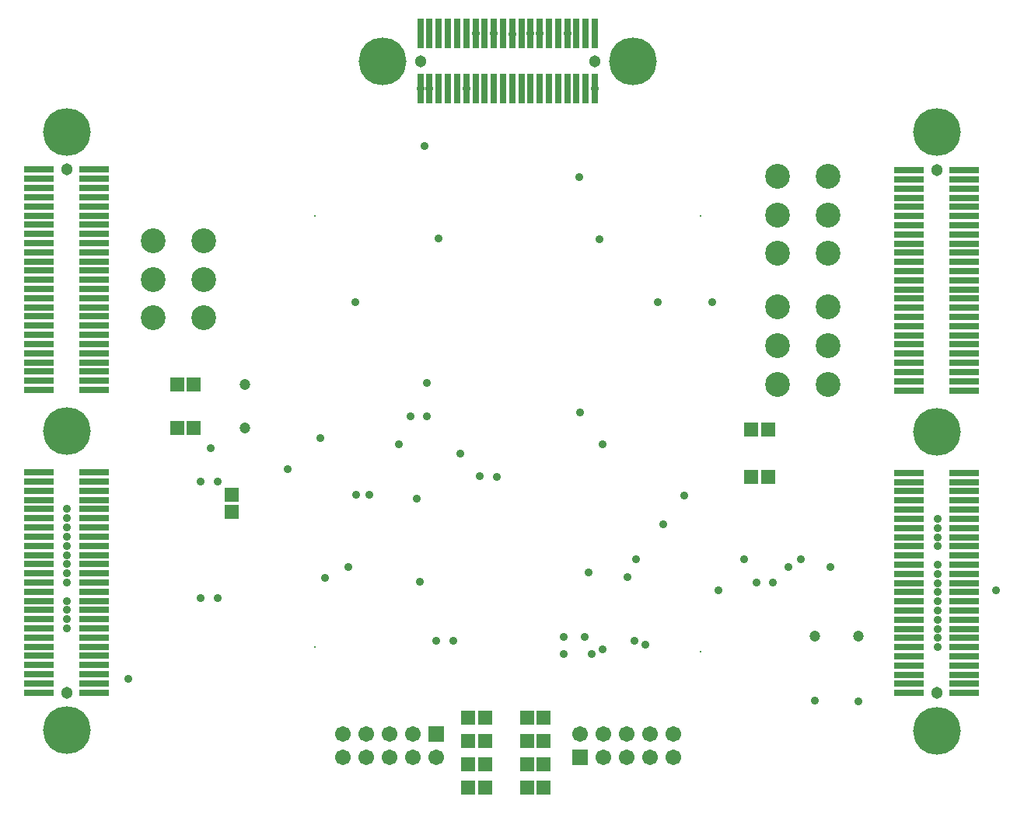
<source format=gbs>
G04 Layer_Color=16711935*
%FSLAX44Y44*%
%MOMM*%
G71*
G01*
G75*
%ADD31R,1.5032X1.5032*%
%ADD32R,1.5032X1.5032*%
%ADD38C,1.2032*%
%ADD39C,5.2032*%
%ADD40C,1.3032*%
%ADD41C,0.2032*%
%ADD42C,1.7032*%
%ADD43R,1.7032X1.7032*%
%ADD44C,2.7032*%
%ADD45C,0.9032*%
%ADD46C,0.9040*%
%ADD47R,0.7032X3.2032*%
%ADD48R,3.2032X0.7032*%
D31*
X693000Y635250D02*
D03*
Y616750D02*
D03*
D32*
X1258750Y655000D02*
D03*
X1277250D02*
D03*
X1014750Y392320D02*
D03*
X1033250D02*
D03*
X1014750Y366920D02*
D03*
X1033250D02*
D03*
X1014750Y341520D02*
D03*
X1033250D02*
D03*
X1014750Y316120D02*
D03*
X1033250D02*
D03*
X969250Y392320D02*
D03*
X950750D02*
D03*
X969250Y366920D02*
D03*
X950750D02*
D03*
X969250Y341520D02*
D03*
X950750D02*
D03*
X969250Y316120D02*
D03*
X950750D02*
D03*
X652250Y755250D02*
D03*
X633750D02*
D03*
X652250Y708250D02*
D03*
X633750D02*
D03*
X1258750Y706750D02*
D03*
X1277250D02*
D03*
D38*
X1328500Y481750D02*
D03*
X1375500D02*
D03*
X707750Y708250D02*
D03*
Y755250D02*
D03*
D39*
X1130030Y1108110D02*
D03*
X857630D02*
D03*
X513630Y704794D02*
D03*
Y378594D02*
D03*
Y1030994D02*
D03*
X1461130Y704292D02*
D03*
Y378092D02*
D03*
Y1030492D02*
D03*
D40*
X898830Y1108110D02*
D03*
X1088830D02*
D03*
X513630Y989794D02*
D03*
Y419794D02*
D03*
X1461130Y989292D02*
D03*
Y419292D02*
D03*
D41*
X784000Y939070D02*
D03*
X1204000D02*
D03*
Y464570D02*
D03*
X784000Y469070D02*
D03*
D42*
X814310Y349080D02*
D03*
Y374480D02*
D03*
X839710Y349080D02*
D03*
Y374480D02*
D03*
X865110Y349080D02*
D03*
Y374480D02*
D03*
X890510Y349080D02*
D03*
Y374480D02*
D03*
X915910Y349080D02*
D03*
X1073040Y374620D02*
D03*
X1098440Y349220D02*
D03*
Y374620D02*
D03*
X1123840Y349220D02*
D03*
Y374620D02*
D03*
X1149240Y349220D02*
D03*
Y374620D02*
D03*
X1174640Y349220D02*
D03*
Y374620D02*
D03*
D43*
X915910Y374480D02*
D03*
X1073040Y349220D02*
D03*
D44*
X1288000Y798000D02*
D03*
Y756000D02*
D03*
Y840000D02*
D03*
X1343000D02*
D03*
Y756000D02*
D03*
Y798000D02*
D03*
Y940500D02*
D03*
Y898500D02*
D03*
Y982500D02*
D03*
X1288000D02*
D03*
Y898500D02*
D03*
Y940500D02*
D03*
X662500Y870250D02*
D03*
Y912250D02*
D03*
Y828250D02*
D03*
X607500D02*
D03*
Y912250D02*
D03*
Y870250D02*
D03*
D45*
X1312750Y565000D02*
D03*
X1251250D02*
D03*
X1134000D02*
D03*
X1375500Y410250D02*
D03*
X1328500Y411000D02*
D03*
X820000Y556500D02*
D03*
X670750Y686500D02*
D03*
X1299250Y556750D02*
D03*
X1283000Y540000D02*
D03*
X1264500D02*
D03*
X1163320Y603000D02*
D03*
X1223000Y531000D02*
D03*
X1186000Y635000D02*
D03*
X1082040Y551040D02*
D03*
X828750Y635250D02*
D03*
X843440Y635440D02*
D03*
X942000Y680720D02*
D03*
X915910Y476000D02*
D03*
X963710Y655360D02*
D03*
X918830Y915000D02*
D03*
X790250Y697000D02*
D03*
X678250Y523240D02*
D03*
Y650240D02*
D03*
X887750Y721360D02*
D03*
X1014750Y316120D02*
D03*
X1054750Y480500D02*
D03*
X1258750Y706750D02*
D03*
X1157000Y845000D02*
D03*
X1094000Y914000D02*
D03*
X659750Y650240D02*
D03*
Y523240D02*
D03*
X934410Y476000D02*
D03*
X1217000Y845000D02*
D03*
X827750D02*
D03*
X898000Y541000D02*
D03*
X795000Y545000D02*
D03*
X875000Y690880D02*
D03*
X754000Y663000D02*
D03*
X1072840Y725250D02*
D03*
X1097000Y690880D02*
D03*
X1124000Y546000D02*
D03*
X1054750Y462000D02*
D03*
X982250Y655320D02*
D03*
X906250Y721360D02*
D03*
Y757000D02*
D03*
X895000Y631000D02*
D03*
X1071880Y981500D02*
D03*
X903000Y1015500D02*
D03*
X513500Y619798D02*
D03*
Y609798D02*
D03*
Y599798D02*
D03*
Y589798D02*
D03*
Y579798D02*
D03*
Y569798D02*
D03*
Y559798D02*
D03*
Y549798D02*
D03*
Y539798D02*
D03*
Y519798D02*
D03*
Y509798D02*
D03*
Y499798D02*
D03*
Y489798D02*
D03*
X580750Y434500D02*
D03*
X1097500Y467360D02*
D03*
X1144000Y471806D02*
D03*
X1462000Y609296D02*
D03*
Y599296D02*
D03*
Y589296D02*
D03*
Y559296D02*
D03*
Y549296D02*
D03*
Y539296D02*
D03*
Y529280D02*
D03*
Y519312D02*
D03*
X1345000Y557000D02*
D03*
X1462000Y579296D02*
D03*
Y469250D02*
D03*
Y479280D02*
D03*
Y489280D02*
D03*
Y509296D02*
D03*
Y499280D02*
D03*
X1525250Y531000D02*
D03*
X1058830Y1138110D02*
D03*
X1028830D02*
D03*
X1018830D02*
D03*
X999250Y1137920D02*
D03*
X978830Y1138110D02*
D03*
X958830D02*
D03*
X1088830Y1078110D02*
D03*
X908830D02*
D03*
X898830D02*
D03*
X948830D02*
D03*
D46*
X1077750Y480734D02*
D03*
X1085030Y462000D02*
D03*
X1258750Y655000D02*
D03*
X693000Y635250D02*
D03*
X1131618Y476573D02*
D03*
D47*
X918830Y1138110D02*
D03*
X908830D02*
D03*
X898830D02*
D03*
X988830D02*
D03*
X978830D02*
D03*
X1068830D02*
D03*
X1058830D02*
D03*
X948830D02*
D03*
X938830D02*
D03*
X928830D02*
D03*
X968830D02*
D03*
X958830D02*
D03*
X1028830D02*
D03*
X1018830D02*
D03*
X1008830D02*
D03*
X998830D02*
D03*
X1048830D02*
D03*
X1038830D02*
D03*
X1088830D02*
D03*
X1078830D02*
D03*
Y1078110D02*
D03*
X1088830D02*
D03*
X1038830D02*
D03*
X1048830D02*
D03*
X998830D02*
D03*
X1008830D02*
D03*
X1018830D02*
D03*
X1028830D02*
D03*
X958830D02*
D03*
X968830D02*
D03*
X928830D02*
D03*
X938830D02*
D03*
X948830D02*
D03*
X1058830D02*
D03*
X1068830D02*
D03*
X978830D02*
D03*
X988830D02*
D03*
X898830D02*
D03*
X908830D02*
D03*
X918830D02*
D03*
D48*
X483630Y989789D02*
D03*
Y979789D02*
D03*
Y969789D02*
D03*
Y959789D02*
D03*
Y949789D02*
D03*
Y939789D02*
D03*
Y929789D02*
D03*
Y919789D02*
D03*
Y909789D02*
D03*
Y899789D02*
D03*
Y889789D02*
D03*
Y879789D02*
D03*
Y869789D02*
D03*
Y859789D02*
D03*
Y849789D02*
D03*
Y839789D02*
D03*
Y829789D02*
D03*
Y819789D02*
D03*
Y809790D02*
D03*
Y799790D02*
D03*
Y789790D02*
D03*
Y779790D02*
D03*
Y769790D02*
D03*
Y759790D02*
D03*
Y749790D02*
D03*
X543630Y659797D02*
D03*
X483630D02*
D03*
X543630Y649797D02*
D03*
X483630D02*
D03*
X543630Y639797D02*
D03*
X483630D02*
D03*
X543630Y629797D02*
D03*
X483630D02*
D03*
X543630Y619798D02*
D03*
X483630D02*
D03*
X543630Y609798D02*
D03*
X483630D02*
D03*
X543630Y599798D02*
D03*
X483630D02*
D03*
X543630Y589798D02*
D03*
X483630D02*
D03*
X543630Y579798D02*
D03*
X483630D02*
D03*
X543630Y569798D02*
D03*
X483630D02*
D03*
X543630Y559798D02*
D03*
X483630D02*
D03*
X543630Y549798D02*
D03*
X483630D02*
D03*
X543630Y539798D02*
D03*
X483630D02*
D03*
X543630Y529798D02*
D03*
X483630D02*
D03*
X543630Y519798D02*
D03*
X483630D02*
D03*
X543630Y509798D02*
D03*
X483630D02*
D03*
X543630Y499798D02*
D03*
X483630D02*
D03*
X543630Y489798D02*
D03*
X483630D02*
D03*
X543630Y479798D02*
D03*
X483630D02*
D03*
X543630Y469798D02*
D03*
X483630D02*
D03*
X543630Y459798D02*
D03*
X483630D02*
D03*
X543630Y449798D02*
D03*
X483630D02*
D03*
X543630Y439798D02*
D03*
X483630D02*
D03*
X543630Y429798D02*
D03*
X483630D02*
D03*
X543630Y419798D02*
D03*
X483630D02*
D03*
X1491130Y989287D02*
D03*
X1431130D02*
D03*
X1491130Y979287D02*
D03*
X1431130D02*
D03*
X1491130Y969287D02*
D03*
X1431130D02*
D03*
X1491130Y959287D02*
D03*
X1431130D02*
D03*
X1491130Y949287D02*
D03*
X1431130D02*
D03*
X1491130Y939287D02*
D03*
X1431130D02*
D03*
X1491130Y929287D02*
D03*
X1431130D02*
D03*
X1491130Y919287D02*
D03*
X1431130D02*
D03*
X1491130Y909287D02*
D03*
X1431130D02*
D03*
X1491130Y899287D02*
D03*
X1431130D02*
D03*
X1491130Y889287D02*
D03*
X1431130D02*
D03*
X1491130Y879287D02*
D03*
X1431130D02*
D03*
X1491130Y869287D02*
D03*
X1431130D02*
D03*
X1491130Y859287D02*
D03*
X1431130D02*
D03*
X1491130Y849287D02*
D03*
X1431130D02*
D03*
X1491130Y839287D02*
D03*
X1431130D02*
D03*
X1491130Y829287D02*
D03*
X1431130D02*
D03*
X1491130Y819287D02*
D03*
X1431130D02*
D03*
X1491130Y809287D02*
D03*
X1431130D02*
D03*
X1491130Y799287D02*
D03*
X1431130D02*
D03*
X1491130Y789287D02*
D03*
X1431130D02*
D03*
X1491130Y779287D02*
D03*
X1431130D02*
D03*
X1491130Y769287D02*
D03*
X1431130D02*
D03*
X1491130Y759288D02*
D03*
X1431130D02*
D03*
X1491130Y749288D02*
D03*
X1431130D02*
D03*
X1491130Y659295D02*
D03*
X1431130D02*
D03*
X1491130Y649295D02*
D03*
X1431130D02*
D03*
X1491130Y639295D02*
D03*
X1431130D02*
D03*
X1491130Y629295D02*
D03*
X1431130D02*
D03*
X1491130Y619296D02*
D03*
X1431130D02*
D03*
X1491130Y609296D02*
D03*
X1431130D02*
D03*
X1491130Y599296D02*
D03*
X1431130D02*
D03*
X1491130Y589296D02*
D03*
X1431130D02*
D03*
X1491130Y579296D02*
D03*
X1431130D02*
D03*
X1491130Y569296D02*
D03*
X1431130D02*
D03*
X1491130Y559296D02*
D03*
X1431130D02*
D03*
X1491130Y549296D02*
D03*
X1431130D02*
D03*
X1491130Y539296D02*
D03*
X1431130D02*
D03*
X1491130Y529296D02*
D03*
X1431130D02*
D03*
X1491130Y519296D02*
D03*
X1431130D02*
D03*
X1491130Y509296D02*
D03*
X1431130D02*
D03*
X1491130Y499296D02*
D03*
X1431130D02*
D03*
X1491130Y489296D02*
D03*
X1431130D02*
D03*
X1491130Y479296D02*
D03*
X1431130D02*
D03*
X1491130Y469296D02*
D03*
X1431130D02*
D03*
X1491130Y459296D02*
D03*
X1431130D02*
D03*
X1491130Y449296D02*
D03*
X1431130D02*
D03*
X1491130Y439296D02*
D03*
X1431130D02*
D03*
X1491130Y429296D02*
D03*
X1431130D02*
D03*
X1491130Y419296D02*
D03*
X1431130D02*
D03*
X543630Y989789D02*
D03*
Y979789D02*
D03*
Y969789D02*
D03*
Y959789D02*
D03*
Y949789D02*
D03*
Y939789D02*
D03*
Y929789D02*
D03*
Y919789D02*
D03*
Y909789D02*
D03*
Y899789D02*
D03*
Y889789D02*
D03*
Y879789D02*
D03*
Y869789D02*
D03*
Y859789D02*
D03*
Y849789D02*
D03*
Y839789D02*
D03*
Y829789D02*
D03*
Y819789D02*
D03*
Y809790D02*
D03*
Y799790D02*
D03*
Y789790D02*
D03*
Y779790D02*
D03*
Y769790D02*
D03*
Y759790D02*
D03*
Y749790D02*
D03*
M02*

</source>
